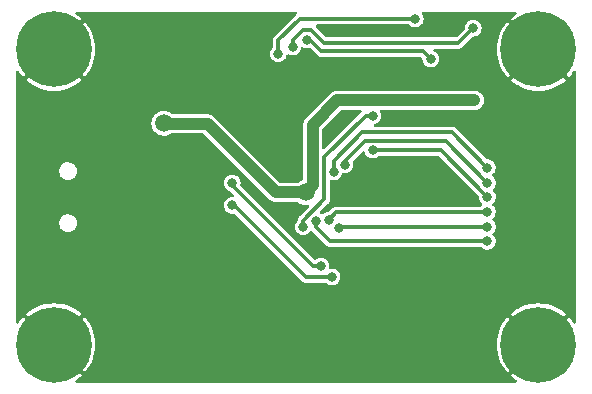
<source format=gbl>
%TF.GenerationSoftware,KiCad,Pcbnew,(6.0.1-0)*%
%TF.CreationDate,2022-04-28T20:36:40+12:00*%
%TF.ProjectId,gswitch18,67737769-7463-4683-9138-2e6b69636164,1.2*%
%TF.SameCoordinates,PX487ab00PY3072580*%
%TF.FileFunction,Copper,L2,Bot*%
%TF.FilePolarity,Positive*%
%FSLAX46Y46*%
G04 Gerber Fmt 4.6, Leading zero omitted, Abs format (unit mm)*
G04 Created by KiCad (PCBNEW (6.0.1-0)) date 2022-04-28 20:36:40*
%MOMM*%
%LPD*%
G01*
G04 APERTURE LIST*
%TA.AperFunction,ComponentPad*%
%ADD10C,0.800000*%
%TD*%
%TA.AperFunction,ComponentPad*%
%ADD11C,6.400000*%
%TD*%
%TA.AperFunction,ViaPad*%
%ADD12C,0.800000*%
%TD*%
%TA.AperFunction,ViaPad*%
%ADD13C,1.500000*%
%TD*%
%TA.AperFunction,Conductor*%
%ADD14C,1.000000*%
%TD*%
%TA.AperFunction,Conductor*%
%ADD15C,0.350000*%
%TD*%
G04 APERTURE END LIST*
D10*
%TO.P,MH1,1,G*%
%TO.N,GND*%
X3500000Y-1100000D03*
X5197056Y-5197056D03*
X1802944Y-5197056D03*
X1100000Y-3500000D03*
X5197056Y-1802944D03*
X3500000Y-5900000D03*
X1802944Y-1802944D03*
X5900000Y-3500000D03*
D11*
X3500000Y-3500000D03*
%TD*%
D10*
%TO.P,MH2,1,G*%
%TO.N,GND*%
X46197056Y-5197056D03*
X46900000Y-3500000D03*
X42802944Y-1802944D03*
X42802944Y-5197056D03*
X44500000Y-5900000D03*
D11*
X44500000Y-3500000D03*
D10*
X42100000Y-3500000D03*
X46197056Y-1802944D03*
X44500000Y-1100000D03*
%TD*%
%TO.P,MH3,1,G*%
%TO.N,GND*%
X1802944Y-30197056D03*
X5197056Y-30197056D03*
X1802944Y-26802944D03*
X1100000Y-28500000D03*
D11*
X3500000Y-28500000D03*
D10*
X3500000Y-26100000D03*
X3500000Y-30900000D03*
X5900000Y-28500000D03*
X5197056Y-26802944D03*
%TD*%
%TO.P,MH4,1*%
%TO.N,GND*%
X46197056Y-26802944D03*
X46197056Y-30197056D03*
X44500000Y-30900000D03*
X42802944Y-26802944D03*
X42802944Y-30197056D03*
D11*
X44500000Y-28500000D03*
D10*
X46900000Y-28500000D03*
X42100000Y-28500000D03*
X44500000Y-26100000D03*
%TD*%
D12*
%TO.N,+5V*%
X39100000Y-7800000D03*
D13*
X12800000Y-9750000D03*
X24800000Y-15600000D03*
D12*
%TO.N,/D+*%
X18600000Y-16700000D03*
X27050000Y-22750000D03*
%TO.N,/D-*%
X18600000Y-14800000D03*
X26100000Y-21825511D03*
%TO.N,/MISO*%
X39000000Y-1700000D03*
X23700000Y-3300000D03*
%TO.N,/MOSI*%
X35400000Y-4300000D03*
X24950000Y-2700000D03*
%TO.N,/RESET*%
X30500000Y-9100000D03*
X24600000Y-18500000D03*
%TO.N,/SCK*%
X22500000Y-3850000D03*
X34100000Y-900000D03*
%TO.N,/SW07*%
X27200000Y-13850000D03*
X40200000Y-13500000D03*
%TO.N,/SW08*%
X40200000Y-14800000D03*
X28150000Y-13250000D03*
%TO.N,/SW09*%
X30500000Y-12024500D03*
X40200000Y-16000000D03*
%TO.N,/SW10*%
X26747655Y-17952345D03*
X40200000Y-17250000D03*
%TO.N,/SW11*%
X27600000Y-18600000D03*
X40200000Y-18500000D03*
%TO.N,/SW12*%
X40200000Y-19750000D03*
X25700000Y-18000000D03*
%TO.N,GND*%
X12400000Y-30800000D03*
X900000Y-9650000D03*
X20050000Y-20750000D03*
X18600000Y-18000000D03*
X15300000Y-18825000D03*
X37650000Y-4450000D03*
X4050000Y-16000000D03*
X35600000Y-800000D03*
X39150000Y-21350000D03*
X33200000Y-9450000D03*
X29800000Y-21400000D03*
X900000Y-22650000D03*
X15300000Y-12825000D03*
X38650000Y-16200000D03*
X27500000Y-10100000D03*
X8500000Y-13350000D03*
X20600000Y-11600000D03*
X10850000Y-1150000D03*
X23900000Y-13950000D03*
X26750000Y-1900000D03*
X12400000Y-17925000D03*
X32100000Y-1900000D03*
X32750000Y-30800000D03*
X30450000Y-6400000D03*
X17300000Y-30800000D03*
X47050000Y-15950000D03*
X800000Y-16050000D03*
X40200000Y-12200000D03*
X12300000Y-8050000D03*
X23350000Y-18400000D03*
X20600000Y-7800000D03*
X9500000Y-17925000D03*
X32950000Y-16200000D03*
X17250000Y-1150000D03*
X28175688Y-15549500D03*
X12750000Y-13900000D03*
%TD*%
D14*
%TO.N,+5V*%
X22300000Y-15600000D02*
X24800000Y-15600000D01*
X12850000Y-9800000D02*
X16500000Y-9800000D01*
X27500000Y-7800000D02*
X39100000Y-7800000D01*
X16500000Y-9800000D02*
X22300000Y-15600000D01*
X25400000Y-9900000D02*
X27500000Y-7800000D01*
X25400000Y-15000000D02*
X25400000Y-9900000D01*
X12800000Y-9750000D02*
X12850000Y-9800000D01*
X24800000Y-15600000D02*
X25400000Y-15000000D01*
D15*
%TO.N,/D+*%
X24875000Y-22800000D02*
X18600000Y-16525000D01*
X27000000Y-22800000D02*
X24875000Y-22800000D01*
X27050000Y-22750000D02*
X27000000Y-22800000D01*
%TO.N,/D-*%
X25425511Y-21825511D02*
X18600000Y-15000000D01*
X26100000Y-21825511D02*
X25425511Y-21825511D01*
%TO.N,/MISO*%
X23700000Y-3300000D02*
X23700000Y-2700000D01*
X37750000Y-2950000D02*
X39000000Y-1700000D01*
X26400000Y-2950000D02*
X37750000Y-2950000D01*
X24550000Y-1850000D02*
X25300000Y-1850000D01*
X25300000Y-1850000D02*
X26400000Y-2950000D01*
X23700000Y-2700000D02*
X24550000Y-1850000D01*
%TO.N,/MOSI*%
X25100000Y-2600000D02*
X26150000Y-3650000D01*
X34750000Y-3650000D02*
X35400000Y-4300000D01*
X26150000Y-3650000D02*
X34750000Y-3650000D01*
%TO.N,/RESET*%
X26400000Y-12600000D02*
X29900000Y-9100000D01*
X24600000Y-18525489D02*
X24600000Y-17990300D01*
X24600000Y-17990300D02*
X26400000Y-16190300D01*
X26400000Y-16190300D02*
X26400000Y-12600000D01*
X29900000Y-9100000D02*
X30500000Y-9100000D01*
%TO.N,/SCK*%
X22500000Y-2736431D02*
X24336431Y-900000D01*
X24336431Y-900000D02*
X34100000Y-900000D01*
X22500000Y-3850000D02*
X22500000Y-2736431D01*
%TO.N,/SW07*%
X27200000Y-13850000D02*
X27200000Y-12900000D01*
X29600000Y-10500000D02*
X37200000Y-10500000D01*
X37200000Y-10500000D02*
X40200000Y-13500000D01*
X27200000Y-12900000D02*
X29600000Y-10500000D01*
%TO.N,/SW08*%
X29850000Y-11250000D02*
X28150000Y-12950000D01*
X28150000Y-12950000D02*
X28150000Y-13250000D01*
X40200000Y-14800000D02*
X36650000Y-11250000D01*
X36650000Y-11250000D02*
X29850000Y-11250000D01*
%TO.N,/SW09*%
X36250000Y-12050000D02*
X40200000Y-16000000D01*
X30525500Y-12050000D02*
X36250000Y-12050000D01*
X30500000Y-12024500D02*
X30525500Y-12050000D01*
%TO.N,/SW10*%
X40150000Y-17300000D02*
X27400000Y-17300000D01*
X27400000Y-17300000D02*
X26747655Y-17952345D01*
X40200000Y-17250000D02*
X40150000Y-17300000D01*
%TO.N,/SW11*%
X40200000Y-18500000D02*
X27700000Y-18500000D01*
X27700000Y-18500000D02*
X27600000Y-18600000D01*
%TO.N,/SW12*%
X26900000Y-19750000D02*
X25700000Y-18550000D01*
X40200000Y-19750000D02*
X26900000Y-19750000D01*
X25700000Y-18550000D02*
X25700000Y-18000000D01*
%TD*%
%TA.AperFunction,Conductor*%
%TO.N,GND*%
G36*
X24037428Y-319685D02*
G01*
X24083183Y-372489D01*
X24093127Y-441647D01*
X24064102Y-505203D01*
X24051334Y-517936D01*
X24044255Y-524036D01*
X24036466Y-530219D01*
X24026396Y-537576D01*
X24016297Y-547675D01*
X24009559Y-553932D01*
X23974427Y-584204D01*
X23969624Y-591615D01*
X23963815Y-598273D01*
X23963759Y-598224D01*
X23955331Y-608641D01*
X23083048Y-1480925D01*
X22211257Y-2352716D01*
X22202484Y-2359727D01*
X22202849Y-2360156D01*
X22196122Y-2365882D01*
X22188650Y-2370596D01*
X22182802Y-2377218D01*
X22155456Y-2408181D01*
X22150195Y-2413778D01*
X22139627Y-2424346D01*
X22136981Y-2427877D01*
X22133911Y-2431973D01*
X22127630Y-2439688D01*
X22098487Y-2472686D01*
X22094732Y-2480684D01*
X22091708Y-2485288D01*
X22086563Y-2493850D01*
X22083925Y-2498668D01*
X22078628Y-2505736D01*
X22075527Y-2514009D01*
X22063172Y-2546965D01*
X22059309Y-2556134D01*
X22040601Y-2595979D01*
X22039242Y-2604708D01*
X22037632Y-2609974D01*
X22035095Y-2619642D01*
X22033916Y-2625005D01*
X22030816Y-2633274D01*
X22030162Y-2642079D01*
X22030161Y-2642083D01*
X22027554Y-2677178D01*
X22026418Y-2687069D01*
X22024500Y-2699387D01*
X22024500Y-2713675D01*
X22024159Y-2722863D01*
X22020723Y-2769105D01*
X22022567Y-2777746D01*
X22023168Y-2786557D01*
X22023093Y-2786562D01*
X22024500Y-2799886D01*
X22024500Y-3278796D01*
X22004815Y-3345835D01*
X21986231Y-3367355D01*
X21986239Y-3367362D01*
X21985900Y-3367738D01*
X21982017Y-3372235D01*
X21981244Y-3372909D01*
X21981236Y-3372918D01*
X21975604Y-3377831D01*
X21971308Y-3383944D01*
X21971305Y-3383947D01*
X21929506Y-3443422D01*
X21878113Y-3516547D01*
X21816524Y-3674513D01*
X21815548Y-3681923D01*
X21815548Y-3681925D01*
X21810462Y-3720560D01*
X21794394Y-3842611D01*
X21795214Y-3850039D01*
X21795214Y-3850041D01*
X21796841Y-3864778D01*
X21812999Y-4011135D01*
X21815565Y-4018147D01*
X21815566Y-4018151D01*
X21852779Y-4119839D01*
X21871266Y-4170356D01*
X21875433Y-4176558D01*
X21875435Y-4176561D01*
X21888510Y-4196018D01*
X21965830Y-4311083D01*
X21971360Y-4316115D01*
X22085702Y-4420159D01*
X22085706Y-4420162D01*
X22091233Y-4425191D01*
X22240235Y-4506092D01*
X22335585Y-4531107D01*
X22397005Y-4547220D01*
X22397007Y-4547220D01*
X22404233Y-4549116D01*
X22487178Y-4550419D01*
X22566290Y-4551662D01*
X22566293Y-4551662D01*
X22573760Y-4551779D01*
X22696209Y-4523735D01*
X22731738Y-4515598D01*
X22731739Y-4515598D01*
X22739029Y-4513928D01*
X22815957Y-4475237D01*
X22883820Y-4441106D01*
X22883822Y-4441105D01*
X22890498Y-4437747D01*
X22896180Y-4432894D01*
X22896183Y-4432892D01*
X23013741Y-4332487D01*
X23019423Y-4327634D01*
X23118361Y-4189947D01*
X23181601Y-4032634D01*
X23185127Y-4007859D01*
X23214063Y-3944263D01*
X23272787Y-3906405D01*
X23342657Y-3906307D01*
X23367051Y-3916356D01*
X23440235Y-3956092D01*
X23531645Y-3980073D01*
X23597005Y-3997220D01*
X23597007Y-3997220D01*
X23604233Y-3999116D01*
X23687178Y-4000419D01*
X23766290Y-4001662D01*
X23766293Y-4001662D01*
X23773760Y-4001779D01*
X23899082Y-3973077D01*
X23931738Y-3965598D01*
X23931739Y-3965598D01*
X23939029Y-3963928D01*
X24014111Y-3926166D01*
X24083820Y-3891106D01*
X24083822Y-3891105D01*
X24090498Y-3887747D01*
X24096180Y-3882894D01*
X24096183Y-3882892D01*
X24213741Y-3782487D01*
X24219423Y-3777634D01*
X24318361Y-3639947D01*
X24381601Y-3482634D01*
X24393346Y-3400111D01*
X24395319Y-3386247D01*
X24424253Y-3322650D01*
X24482978Y-3284792D01*
X24552847Y-3284692D01*
X24577249Y-3294746D01*
X24690235Y-3356092D01*
X24770542Y-3377160D01*
X24847005Y-3397220D01*
X24847007Y-3397220D01*
X24854233Y-3399116D01*
X24937178Y-3400419D01*
X25016290Y-3401662D01*
X25016293Y-3401662D01*
X25023760Y-3401779D01*
X25031041Y-3400111D01*
X25031045Y-3400111D01*
X25091577Y-3386247D01*
X25124154Y-3378786D01*
X25193895Y-3383007D01*
X25239517Y-3411975D01*
X25766285Y-3938743D01*
X25773296Y-3947516D01*
X25773725Y-3947151D01*
X25779451Y-3953878D01*
X25784165Y-3961350D01*
X25805365Y-3980073D01*
X25821750Y-3994544D01*
X25827347Y-3999805D01*
X25837915Y-4010373D01*
X25841446Y-4013019D01*
X25845542Y-4016089D01*
X25853257Y-4022370D01*
X25886255Y-4051513D01*
X25894253Y-4055268D01*
X25898857Y-4058292D01*
X25907419Y-4063437D01*
X25912237Y-4066075D01*
X25919305Y-4071372D01*
X25955685Y-4085010D01*
X25960534Y-4086828D01*
X25969703Y-4090691D01*
X26009548Y-4109399D01*
X26018277Y-4110758D01*
X26023543Y-4112368D01*
X26033211Y-4114905D01*
X26038574Y-4116084D01*
X26046843Y-4119184D01*
X26055648Y-4119838D01*
X26055652Y-4119839D01*
X26090747Y-4122446D01*
X26100638Y-4123582D01*
X26103593Y-4124042D01*
X26112956Y-4125500D01*
X26127244Y-4125500D01*
X26136432Y-4125841D01*
X26182674Y-4129277D01*
X26191315Y-4127433D01*
X26200126Y-4126832D01*
X26200131Y-4126907D01*
X26213455Y-4125500D01*
X34501680Y-4125500D01*
X34568719Y-4145185D01*
X34589361Y-4161819D01*
X34660406Y-4232864D01*
X34693891Y-4294187D01*
X34695975Y-4306932D01*
X34712999Y-4461135D01*
X34715565Y-4468147D01*
X34715566Y-4468151D01*
X34745559Y-4550110D01*
X34771266Y-4620356D01*
X34775433Y-4626558D01*
X34775435Y-4626561D01*
X34788510Y-4646018D01*
X34865830Y-4761083D01*
X34871360Y-4766115D01*
X34985702Y-4870159D01*
X34985706Y-4870162D01*
X34991233Y-4875191D01*
X35140235Y-4956092D01*
X35235585Y-4981107D01*
X35297005Y-4997220D01*
X35297007Y-4997220D01*
X35304233Y-4999116D01*
X35387178Y-5000419D01*
X35466290Y-5001662D01*
X35466293Y-5001662D01*
X35473760Y-5001779D01*
X35596209Y-4973735D01*
X35631738Y-4965598D01*
X35631739Y-4965598D01*
X35639029Y-4963928D01*
X35721397Y-4922501D01*
X35783820Y-4891106D01*
X35783822Y-4891105D01*
X35790498Y-4887747D01*
X35796180Y-4882894D01*
X35796183Y-4882892D01*
X35913741Y-4782487D01*
X35919423Y-4777634D01*
X36018361Y-4639947D01*
X36081601Y-4482634D01*
X36087511Y-4441106D01*
X36104918Y-4318800D01*
X36104918Y-4318794D01*
X36105490Y-4314778D01*
X36105645Y-4300000D01*
X36091488Y-4183014D01*
X36086175Y-4139105D01*
X36086174Y-4139101D01*
X36085276Y-4131680D01*
X36057545Y-4058292D01*
X36027989Y-3980073D01*
X36027987Y-3980070D01*
X36025345Y-3973077D01*
X36014976Y-3957990D01*
X35933549Y-3839513D01*
X35933546Y-3839510D01*
X35929312Y-3833349D01*
X35866779Y-3777634D01*
X35808303Y-3725533D01*
X35808301Y-3725532D01*
X35802721Y-3720560D01*
X35686618Y-3659087D01*
X35636582Y-3610321D01*
X35620853Y-3542245D01*
X35634832Y-3503244D01*
X40995367Y-3503244D01*
X41014227Y-3863114D01*
X41014905Y-3869558D01*
X41071275Y-4225472D01*
X41072627Y-4231831D01*
X41165897Y-4579920D01*
X41167894Y-4586065D01*
X41297039Y-4922501D01*
X41299677Y-4928424D01*
X41463278Y-5249508D01*
X41466523Y-5255129D01*
X41662783Y-5557344D01*
X41666600Y-5562598D01*
X41891043Y-5839761D01*
X41902496Y-5846015D01*
X41904302Y-5845886D01*
X41910809Y-5841704D01*
X43169468Y-4583044D01*
X43202459Y-4550053D01*
X44239906Y-3512607D01*
X44247398Y-3498887D01*
X44247269Y-3497081D01*
X44243087Y-3490574D01*
X43202459Y-2449947D01*
X42919962Y-2167450D01*
X41913990Y-1161477D01*
X41900270Y-1153985D01*
X41898464Y-1154114D01*
X41893332Y-1157412D01*
X41666600Y-1437402D01*
X41662783Y-1442656D01*
X41466523Y-1744871D01*
X41463278Y-1750492D01*
X41299677Y-2071576D01*
X41297039Y-2077499D01*
X41167894Y-2413935D01*
X41165897Y-2420080D01*
X41072627Y-2768169D01*
X41071275Y-2774528D01*
X41014905Y-3130442D01*
X41014227Y-3136886D01*
X40995367Y-3496756D01*
X40995367Y-3503244D01*
X35634832Y-3503244D01*
X35644427Y-3476472D01*
X35699818Y-3433885D01*
X35744641Y-3425500D01*
X37682847Y-3425500D01*
X37694005Y-3426746D01*
X37694050Y-3426184D01*
X37702857Y-3426893D01*
X37711473Y-3428842D01*
X37720290Y-3428295D01*
X37720291Y-3428295D01*
X37761505Y-3425738D01*
X37769183Y-3425500D01*
X37784145Y-3425500D01*
X37793595Y-3424147D01*
X37803486Y-3423134D01*
X37823153Y-3421913D01*
X37847417Y-3420408D01*
X37855731Y-3417407D01*
X37861109Y-3416293D01*
X37870828Y-3413870D01*
X37876081Y-3412334D01*
X37884829Y-3411081D01*
X37924906Y-3392859D01*
X37934121Y-3389108D01*
X37967218Y-3377160D01*
X37967220Y-3377159D01*
X37975530Y-3374159D01*
X37982665Y-3368946D01*
X37987514Y-3366368D01*
X37996159Y-3361316D01*
X38000777Y-3358363D01*
X38008820Y-3354706D01*
X38042185Y-3325956D01*
X38049961Y-3319783D01*
X38060035Y-3312423D01*
X38070127Y-3302331D01*
X38076865Y-3296074D01*
X38105311Y-3271563D01*
X38112004Y-3265796D01*
X38116810Y-3258381D01*
X38122614Y-3251728D01*
X38122670Y-3251777D01*
X38131101Y-3241357D01*
X38935144Y-2437314D01*
X38996467Y-2403829D01*
X39024771Y-2401010D01*
X39066289Y-2401662D01*
X39066292Y-2401662D01*
X39073760Y-2401779D01*
X39181001Y-2377218D01*
X39231738Y-2365598D01*
X39231739Y-2365598D01*
X39239029Y-2363928D01*
X39314111Y-2326165D01*
X39383820Y-2291106D01*
X39383822Y-2291105D01*
X39390498Y-2287747D01*
X39396180Y-2282894D01*
X39396183Y-2282892D01*
X39513741Y-2182487D01*
X39519423Y-2177634D01*
X39618361Y-2039947D01*
X39681601Y-1882634D01*
X39682929Y-1873302D01*
X39704918Y-1718800D01*
X39704918Y-1718794D01*
X39705490Y-1714778D01*
X39705645Y-1700000D01*
X39702409Y-1673260D01*
X39686175Y-1539105D01*
X39686174Y-1539101D01*
X39685276Y-1531680D01*
X39651637Y-1442656D01*
X39627989Y-1380073D01*
X39627987Y-1380070D01*
X39625345Y-1373077D01*
X39585944Y-1315748D01*
X39533549Y-1239513D01*
X39533546Y-1239510D01*
X39529312Y-1233349D01*
X39402721Y-1120560D01*
X39388347Y-1112949D01*
X39327801Y-1080892D01*
X39252881Y-1041224D01*
X39088441Y-999919D01*
X39002248Y-999468D01*
X38926368Y-999070D01*
X38926367Y-999070D01*
X38918895Y-999031D01*
X38897235Y-1004231D01*
X38761295Y-1036868D01*
X38761293Y-1036869D01*
X38754032Y-1038612D01*
X38747399Y-1042035D01*
X38747395Y-1042037D01*
X38683072Y-1075237D01*
X38603369Y-1116375D01*
X38597737Y-1121288D01*
X38490174Y-1215121D01*
X38475604Y-1227831D01*
X38378113Y-1366547D01*
X38316524Y-1524513D01*
X38315548Y-1531923D01*
X38315548Y-1531925D01*
X38306687Y-1599233D01*
X38294394Y-1692611D01*
X38292269Y-1692331D01*
X38275025Y-1748886D01*
X38259091Y-1768451D01*
X37589361Y-2438181D01*
X37528038Y-2471666D01*
X37501680Y-2474500D01*
X26648320Y-2474500D01*
X26581281Y-2454815D01*
X26560639Y-2438181D01*
X25709639Y-1587181D01*
X25676154Y-1525858D01*
X25681138Y-1456166D01*
X25723010Y-1400233D01*
X25788474Y-1375816D01*
X25797320Y-1375500D01*
X33533702Y-1375500D01*
X33600741Y-1395185D01*
X33617155Y-1407785D01*
X33691233Y-1475191D01*
X33840235Y-1556092D01*
X33935585Y-1581107D01*
X33997005Y-1597220D01*
X33997007Y-1597220D01*
X34004233Y-1599116D01*
X34087178Y-1600419D01*
X34166290Y-1601662D01*
X34166293Y-1601662D01*
X34173760Y-1601779D01*
X34296209Y-1573735D01*
X34331738Y-1565598D01*
X34331739Y-1565598D01*
X34339029Y-1563928D01*
X34417397Y-1524513D01*
X34483820Y-1491106D01*
X34483822Y-1491105D01*
X34490498Y-1487747D01*
X34496180Y-1482894D01*
X34496183Y-1482892D01*
X34613741Y-1382487D01*
X34619423Y-1377634D01*
X34718361Y-1239947D01*
X34781601Y-1082634D01*
X34784453Y-1062595D01*
X34804918Y-918800D01*
X34804918Y-918794D01*
X34805490Y-914778D01*
X34805645Y-900000D01*
X34785276Y-731680D01*
X34759242Y-662783D01*
X34727989Y-580073D01*
X34727987Y-580070D01*
X34725345Y-573077D01*
X34699006Y-534753D01*
X34671158Y-494235D01*
X34649408Y-427836D01*
X34667009Y-360220D01*
X34718373Y-312853D01*
X34773349Y-300000D01*
X42582678Y-300000D01*
X42649717Y-319685D01*
X42695472Y-372489D01*
X42705416Y-441647D01*
X42676391Y-505203D01*
X42650213Y-527995D01*
X42442656Y-662783D01*
X42437402Y-666600D01*
X42160239Y-891043D01*
X42153985Y-902496D01*
X42154114Y-904302D01*
X42158296Y-910809D01*
X43130122Y-1882634D01*
X43449947Y-2202459D01*
X44500000Y-3252513D01*
X45797541Y-4550053D01*
X45830532Y-4583044D01*
X47086010Y-5838523D01*
X47099730Y-5846015D01*
X47101536Y-5845886D01*
X47106668Y-5842588D01*
X47333400Y-5562598D01*
X47337217Y-5557344D01*
X47471665Y-5350310D01*
X47524686Y-5304807D01*
X47593891Y-5295192D01*
X47657308Y-5324519D01*
X47694802Y-5383476D01*
X47699660Y-5417843D01*
X47699971Y-26582631D01*
X47680287Y-26649671D01*
X47627484Y-26695427D01*
X47558326Y-26705371D01*
X47494770Y-26676347D01*
X47471976Y-26650168D01*
X47337217Y-26442656D01*
X47333400Y-26437402D01*
X47108957Y-26160239D01*
X47097504Y-26153985D01*
X47095698Y-26154114D01*
X47089191Y-26158296D01*
X46060255Y-27187233D01*
X45797541Y-27449947D01*
X44747487Y-28500000D01*
X44500000Y-28747487D01*
X43449947Y-29797541D01*
X43321956Y-29925532D01*
X42161477Y-31086010D01*
X42153985Y-31099730D01*
X42154114Y-31101536D01*
X42157412Y-31106668D01*
X42437402Y-31333400D01*
X42442656Y-31337217D01*
X42650212Y-31472005D01*
X42695715Y-31525026D01*
X42705329Y-31594231D01*
X42676002Y-31657648D01*
X42617045Y-31695142D01*
X42582677Y-31700000D01*
X5417323Y-31700000D01*
X5350284Y-31680315D01*
X5304529Y-31627511D01*
X5294585Y-31558353D01*
X5323610Y-31494797D01*
X5349788Y-31472005D01*
X5557344Y-31337217D01*
X5562598Y-31333400D01*
X5839761Y-31108957D01*
X5846015Y-31097504D01*
X5845886Y-31095698D01*
X5841704Y-31089191D01*
X4678044Y-29925532D01*
X4550053Y-29797541D01*
X3253626Y-28501113D01*
X3752602Y-28501113D01*
X3752731Y-28502919D01*
X3756913Y-28509426D01*
X4797541Y-29550053D01*
X4830532Y-29583044D01*
X6086010Y-30838523D01*
X6099730Y-30846015D01*
X6101536Y-30845886D01*
X6106668Y-30842588D01*
X6333400Y-30562598D01*
X6337217Y-30557344D01*
X6533477Y-30255129D01*
X6536722Y-30249508D01*
X6700323Y-29928424D01*
X6702961Y-29922501D01*
X6832106Y-29586065D01*
X6834103Y-29579920D01*
X6927373Y-29231831D01*
X6928725Y-29225472D01*
X6985095Y-28869558D01*
X6985773Y-28863114D01*
X7004633Y-28503244D01*
X40995367Y-28503244D01*
X41014227Y-28863114D01*
X41014905Y-28869558D01*
X41071275Y-29225472D01*
X41072627Y-29231831D01*
X41165897Y-29579920D01*
X41167894Y-29586065D01*
X41297039Y-29922501D01*
X41299677Y-29928424D01*
X41463278Y-30249508D01*
X41466523Y-30255129D01*
X41662783Y-30557344D01*
X41666600Y-30562598D01*
X41891043Y-30839761D01*
X41902496Y-30846015D01*
X41904302Y-30845886D01*
X41910809Y-30841704D01*
X43169468Y-29583044D01*
X43202459Y-29550053D01*
X44239906Y-28512607D01*
X44247398Y-28498887D01*
X44247269Y-28497081D01*
X44243087Y-28490574D01*
X43202459Y-27449947D01*
X42939745Y-27187233D01*
X41913990Y-26161477D01*
X41900270Y-26153985D01*
X41898464Y-26154114D01*
X41893332Y-26157412D01*
X41666600Y-26437402D01*
X41662783Y-26442656D01*
X41466523Y-26744871D01*
X41463278Y-26750492D01*
X41299677Y-27071576D01*
X41297039Y-27077499D01*
X41167894Y-27413935D01*
X41165897Y-27420080D01*
X41072627Y-27768169D01*
X41071275Y-27774528D01*
X41014905Y-28130442D01*
X41014227Y-28136886D01*
X40995367Y-28496756D01*
X40995367Y-28503244D01*
X7004633Y-28503244D01*
X7004633Y-28496756D01*
X6985773Y-28136886D01*
X6985095Y-28130442D01*
X6928725Y-27774528D01*
X6927373Y-27768169D01*
X6834103Y-27420080D01*
X6832106Y-27413935D01*
X6702961Y-27077499D01*
X6700323Y-27071576D01*
X6536722Y-26750492D01*
X6533477Y-26744871D01*
X6337217Y-26442656D01*
X6333400Y-26437402D01*
X6108957Y-26160239D01*
X6097504Y-26153985D01*
X6095698Y-26154114D01*
X6089191Y-26158296D01*
X5060255Y-27187233D01*
X4797541Y-27449947D01*
X3760094Y-28487393D01*
X3752602Y-28501113D01*
X3253626Y-28501113D01*
X3252513Y-28500000D01*
X2202459Y-27449947D01*
X1939745Y-27187233D01*
X913990Y-26161477D01*
X900270Y-26153985D01*
X898464Y-26154114D01*
X893332Y-26157412D01*
X666600Y-26437402D01*
X662783Y-26442656D01*
X527995Y-26650213D01*
X474974Y-26695716D01*
X405769Y-26705331D01*
X342352Y-26676004D01*
X304858Y-26617046D01*
X300000Y-26582678D01*
X300000Y-25902496D01*
X1153985Y-25902496D01*
X1154114Y-25904302D01*
X1158296Y-25910809D01*
X2187233Y-26939745D01*
X2449947Y-27202459D01*
X3487393Y-28239906D01*
X3501113Y-28247398D01*
X3502919Y-28247269D01*
X3509426Y-28243087D01*
X4550053Y-27202459D01*
X4812767Y-26939745D01*
X5838523Y-25913990D01*
X5844799Y-25902496D01*
X42153985Y-25902496D01*
X42154114Y-25904302D01*
X42158296Y-25910809D01*
X43187233Y-26939745D01*
X43449947Y-27202459D01*
X44487393Y-28239906D01*
X44501113Y-28247398D01*
X44502919Y-28247269D01*
X44509426Y-28243087D01*
X45550053Y-27202459D01*
X45812767Y-26939745D01*
X46838523Y-25913990D01*
X46846015Y-25900270D01*
X46845886Y-25898464D01*
X46842588Y-25893332D01*
X46562598Y-25666600D01*
X46557344Y-25662783D01*
X46255129Y-25466523D01*
X46249509Y-25463278D01*
X45928424Y-25299677D01*
X45922501Y-25297039D01*
X45586065Y-25167894D01*
X45579920Y-25165897D01*
X45231831Y-25072627D01*
X45225472Y-25071275D01*
X44869558Y-25014905D01*
X44863114Y-25014227D01*
X44503244Y-24995367D01*
X44496756Y-24995367D01*
X44136886Y-25014227D01*
X44130442Y-25014905D01*
X43774528Y-25071275D01*
X43768169Y-25072627D01*
X43420080Y-25165897D01*
X43413935Y-25167894D01*
X43077499Y-25297039D01*
X43071576Y-25299677D01*
X42750492Y-25463278D01*
X42744871Y-25466523D01*
X42442656Y-25662783D01*
X42437402Y-25666600D01*
X42160239Y-25891043D01*
X42153985Y-25902496D01*
X5844799Y-25902496D01*
X5846015Y-25900270D01*
X5845886Y-25898464D01*
X5842588Y-25893332D01*
X5562598Y-25666600D01*
X5557344Y-25662783D01*
X5255129Y-25466523D01*
X5249509Y-25463278D01*
X4928424Y-25299677D01*
X4922501Y-25297039D01*
X4586065Y-25167894D01*
X4579920Y-25165897D01*
X4231831Y-25072627D01*
X4225472Y-25071275D01*
X3869558Y-25014905D01*
X3863114Y-25014227D01*
X3503244Y-24995367D01*
X3496756Y-24995367D01*
X3136886Y-25014227D01*
X3130442Y-25014905D01*
X2774528Y-25071275D01*
X2768169Y-25072627D01*
X2420080Y-25165897D01*
X2413935Y-25167894D01*
X2077499Y-25297039D01*
X2071576Y-25299677D01*
X1750492Y-25463278D01*
X1744871Y-25466523D01*
X1442656Y-25662783D01*
X1437402Y-25666600D01*
X1160239Y-25891043D01*
X1153985Y-25902496D01*
X300000Y-25902496D01*
X300000Y-18240862D01*
X3945497Y-18240862D01*
X3975134Y-18413340D01*
X4043654Y-18574373D01*
X4047921Y-18580171D01*
X4047922Y-18580173D01*
X4128426Y-18689564D01*
X4147383Y-18715324D01*
X4152874Y-18719989D01*
X4152875Y-18719990D01*
X4275261Y-18823965D01*
X4275264Y-18823967D01*
X4280755Y-18828632D01*
X4287172Y-18831909D01*
X4287174Y-18831910D01*
X4300360Y-18838643D01*
X4436616Y-18908219D01*
X4443612Y-18909931D01*
X4443615Y-18909932D01*
X4514763Y-18927341D01*
X4606606Y-18949815D01*
X4612114Y-18950157D01*
X4612116Y-18950157D01*
X4615744Y-18950382D01*
X4615748Y-18950382D01*
X4617648Y-18950500D01*
X4743822Y-18950500D01*
X4873828Y-18935343D01*
X4880595Y-18932887D01*
X4880598Y-18932886D01*
X5031557Y-18878090D01*
X5031558Y-18878089D01*
X5038331Y-18875631D01*
X5184685Y-18779677D01*
X5189637Y-18774449D01*
X5189640Y-18774447D01*
X5300087Y-18657857D01*
X5300089Y-18657855D01*
X5305040Y-18652628D01*
X5308656Y-18646403D01*
X5308658Y-18646400D01*
X5389322Y-18507525D01*
X5392939Y-18501298D01*
X5443667Y-18333807D01*
X5449879Y-18233668D01*
X5454057Y-18166332D01*
X5454057Y-18166329D01*
X5454503Y-18159138D01*
X5424866Y-17986660D01*
X5356346Y-17825627D01*
X5341532Y-17805497D01*
X5256888Y-17690479D01*
X5256886Y-17690477D01*
X5252617Y-17684676D01*
X5183025Y-17625553D01*
X5124739Y-17576035D01*
X5124736Y-17576033D01*
X5119245Y-17571368D01*
X5112828Y-17568091D01*
X5112826Y-17568090D01*
X4998198Y-17509558D01*
X4963384Y-17491781D01*
X4956388Y-17490069D01*
X4956385Y-17490068D01*
X4885237Y-17472659D01*
X4793394Y-17450185D01*
X4787886Y-17449843D01*
X4787884Y-17449843D01*
X4784256Y-17449618D01*
X4784252Y-17449618D01*
X4782352Y-17449500D01*
X4656178Y-17449500D01*
X4526172Y-17464657D01*
X4519405Y-17467113D01*
X4519402Y-17467114D01*
X4402472Y-17509558D01*
X4361669Y-17524369D01*
X4215315Y-17620323D01*
X4210363Y-17625551D01*
X4210360Y-17625553D01*
X4102742Y-17739157D01*
X4094960Y-17747372D01*
X4091344Y-17753597D01*
X4091342Y-17753600D01*
X4027309Y-17863843D01*
X4007061Y-17898702D01*
X3956333Y-18066193D01*
X3955887Y-18073385D01*
X3949676Y-18173506D01*
X3945497Y-18240862D01*
X300000Y-18240862D01*
X300000Y-16692611D01*
X17894394Y-16692611D01*
X17895214Y-16700039D01*
X17895214Y-16700041D01*
X17909024Y-16825126D01*
X17912999Y-16861135D01*
X17915565Y-16868147D01*
X17915566Y-16868151D01*
X17946956Y-16953926D01*
X17971266Y-17020356D01*
X17975433Y-17026558D01*
X17975435Y-17026561D01*
X18007772Y-17074683D01*
X18065830Y-17161083D01*
X18071360Y-17166115D01*
X18185702Y-17270159D01*
X18185706Y-17270162D01*
X18191233Y-17275191D01*
X18340235Y-17356092D01*
X18421643Y-17377449D01*
X18497005Y-17397220D01*
X18497007Y-17397220D01*
X18504233Y-17399116D01*
X18587178Y-17400419D01*
X18666290Y-17401662D01*
X18666293Y-17401662D01*
X18673760Y-17401779D01*
X18713130Y-17392762D01*
X18782870Y-17396982D01*
X18828493Y-17425951D01*
X24491285Y-23088743D01*
X24498296Y-23097516D01*
X24498725Y-23097151D01*
X24504451Y-23103878D01*
X24509165Y-23111350D01*
X24515787Y-23117198D01*
X24546750Y-23144544D01*
X24552347Y-23149805D01*
X24562915Y-23160373D01*
X24566446Y-23163019D01*
X24570542Y-23166089D01*
X24578257Y-23172370D01*
X24611255Y-23201513D01*
X24619253Y-23205268D01*
X24623857Y-23208292D01*
X24632419Y-23213437D01*
X24637237Y-23216075D01*
X24644305Y-23221372D01*
X24680685Y-23235010D01*
X24685534Y-23236828D01*
X24694703Y-23240691D01*
X24734548Y-23259399D01*
X24743277Y-23260758D01*
X24748543Y-23262368D01*
X24758211Y-23264905D01*
X24763574Y-23266084D01*
X24771843Y-23269184D01*
X24780648Y-23269838D01*
X24780652Y-23269839D01*
X24815747Y-23272446D01*
X24825638Y-23273582D01*
X24828593Y-23274042D01*
X24837956Y-23275500D01*
X24852244Y-23275500D01*
X24861432Y-23275841D01*
X24907674Y-23279277D01*
X24916315Y-23277433D01*
X24925126Y-23276832D01*
X24925131Y-23276907D01*
X24938455Y-23275500D01*
X26538652Y-23275500D01*
X26605691Y-23295185D01*
X26622098Y-23307780D01*
X26641233Y-23325191D01*
X26647802Y-23328758D01*
X26647804Y-23328759D01*
X26664358Y-23337747D01*
X26790235Y-23406092D01*
X26885585Y-23431107D01*
X26947005Y-23447220D01*
X26947007Y-23447220D01*
X26954233Y-23449116D01*
X27037178Y-23450419D01*
X27116290Y-23451662D01*
X27116293Y-23451662D01*
X27123760Y-23451779D01*
X27246209Y-23423735D01*
X27281738Y-23415598D01*
X27281739Y-23415598D01*
X27289029Y-23413928D01*
X27364111Y-23376166D01*
X27433820Y-23341106D01*
X27433822Y-23341105D01*
X27440498Y-23337747D01*
X27446180Y-23332894D01*
X27446183Y-23332892D01*
X27563741Y-23232487D01*
X27569423Y-23227634D01*
X27668361Y-23089947D01*
X27731601Y-22932634D01*
X27755490Y-22764778D01*
X27755645Y-22750000D01*
X27735276Y-22581680D01*
X27675345Y-22423077D01*
X27671108Y-22416912D01*
X27583549Y-22289513D01*
X27583546Y-22289510D01*
X27579312Y-22283349D01*
X27479687Y-22194586D01*
X27458303Y-22175533D01*
X27458301Y-22175532D01*
X27452721Y-22170560D01*
X27302881Y-22091224D01*
X27138441Y-22049919D01*
X27052248Y-22049468D01*
X26976368Y-22049070D01*
X26976367Y-22049070D01*
X26968895Y-22049031D01*
X26946370Y-22054439D01*
X26876588Y-22050949D01*
X26819770Y-22010285D01*
X26793956Y-21945359D01*
X26794659Y-21916394D01*
X26804918Y-21844311D01*
X26804918Y-21844305D01*
X26805490Y-21840289D01*
X26805645Y-21825511D01*
X26785276Y-21657191D01*
X26725345Y-21498588D01*
X26721108Y-21492423D01*
X26633549Y-21365024D01*
X26633546Y-21365021D01*
X26629312Y-21358860D01*
X26502721Y-21246071D01*
X26488347Y-21238460D01*
X26359489Y-21170234D01*
X26352881Y-21166735D01*
X26188441Y-21125430D01*
X26102248Y-21124979D01*
X26026368Y-21124581D01*
X26026367Y-21124581D01*
X26018895Y-21124542D01*
X25997235Y-21129742D01*
X25861295Y-21162379D01*
X25861293Y-21162380D01*
X25854032Y-21164123D01*
X25847399Y-21167546D01*
X25847395Y-21167548D01*
X25780465Y-21202094D01*
X25703369Y-21241886D01*
X25697737Y-21246799D01*
X25689700Y-21253810D01*
X25626241Y-21283046D01*
X25557050Y-21273332D01*
X25520506Y-21248048D01*
X19322110Y-15049652D01*
X19288625Y-14988329D01*
X19287028Y-14944499D01*
X19304918Y-14818797D01*
X19305490Y-14814778D01*
X19305645Y-14800000D01*
X19302273Y-14772138D01*
X19286175Y-14639105D01*
X19286174Y-14639101D01*
X19285276Y-14631680D01*
X19254471Y-14550157D01*
X19227989Y-14480073D01*
X19227987Y-14480070D01*
X19225345Y-14473077D01*
X19201063Y-14437747D01*
X19133549Y-14339513D01*
X19133546Y-14339510D01*
X19129312Y-14333349D01*
X19002721Y-14220560D01*
X18988347Y-14212949D01*
X18915489Y-14174373D01*
X18852881Y-14141224D01*
X18688441Y-14099919D01*
X18602248Y-14099468D01*
X18526368Y-14099070D01*
X18526367Y-14099070D01*
X18518895Y-14099031D01*
X18497235Y-14104231D01*
X18361295Y-14136868D01*
X18361293Y-14136869D01*
X18354032Y-14138612D01*
X18347399Y-14142035D01*
X18347395Y-14142037D01*
X18297588Y-14167745D01*
X18203369Y-14216375D01*
X18197737Y-14221288D01*
X18168951Y-14246400D01*
X18075604Y-14327831D01*
X17978113Y-14466547D01*
X17916524Y-14624513D01*
X17894394Y-14792611D01*
X17895214Y-14800039D01*
X17895214Y-14800041D01*
X17896841Y-14814778D01*
X17912999Y-14961135D01*
X17915565Y-14968147D01*
X17915566Y-14968151D01*
X17927786Y-15001542D01*
X17971266Y-15120356D01*
X17975433Y-15126558D01*
X17975435Y-15126561D01*
X17988510Y-15146018D01*
X18065830Y-15261083D01*
X18071360Y-15266115D01*
X18185702Y-15370159D01*
X18185706Y-15370162D01*
X18191233Y-15375191D01*
X18340235Y-15456092D01*
X18347469Y-15457990D01*
X18347472Y-15457991D01*
X18366593Y-15463007D01*
X18422809Y-15495267D01*
X18715461Y-15787919D01*
X18748946Y-15849242D01*
X18743962Y-15918934D01*
X18702090Y-15974867D01*
X18636626Y-15999284D01*
X18627133Y-15999598D01*
X18581169Y-15999357D01*
X18526368Y-15999070D01*
X18526367Y-15999070D01*
X18518895Y-15999031D01*
X18511631Y-16000775D01*
X18361295Y-16036868D01*
X18361293Y-16036869D01*
X18354032Y-16038612D01*
X18347399Y-16042035D01*
X18347395Y-16042037D01*
X18280465Y-16076583D01*
X18203369Y-16116375D01*
X18197737Y-16121288D01*
X18081659Y-16222549D01*
X18075604Y-16227831D01*
X17978113Y-16366547D01*
X17916524Y-16524513D01*
X17915548Y-16531923D01*
X17915548Y-16531925D01*
X17910645Y-16569172D01*
X17894394Y-16692611D01*
X300000Y-16692611D01*
X300000Y-13840862D01*
X3945497Y-13840862D01*
X3975134Y-14013340D01*
X3977957Y-14019973D01*
X3977957Y-14019975D01*
X3986295Y-14039570D01*
X4043654Y-14174373D01*
X4047921Y-14180171D01*
X4047922Y-14180173D01*
X4105092Y-14257857D01*
X4147383Y-14315324D01*
X4152874Y-14319989D01*
X4152875Y-14319990D01*
X4275261Y-14423965D01*
X4275264Y-14423967D01*
X4280755Y-14428632D01*
X4287172Y-14431909D01*
X4287174Y-14431910D01*
X4343039Y-14460436D01*
X4436616Y-14508219D01*
X4443612Y-14509931D01*
X4443615Y-14509932D01*
X4513769Y-14527098D01*
X4606606Y-14549815D01*
X4612114Y-14550157D01*
X4612116Y-14550157D01*
X4615744Y-14550382D01*
X4615748Y-14550382D01*
X4617648Y-14550500D01*
X4743822Y-14550500D01*
X4873828Y-14535343D01*
X4880595Y-14532887D01*
X4880598Y-14532886D01*
X5031557Y-14478090D01*
X5031558Y-14478089D01*
X5038331Y-14475631D01*
X5184685Y-14379677D01*
X5189637Y-14374449D01*
X5189640Y-14374447D01*
X5300087Y-14257857D01*
X5300089Y-14257855D01*
X5305040Y-14252628D01*
X5308656Y-14246403D01*
X5308658Y-14246400D01*
X5389322Y-14107525D01*
X5392939Y-14101298D01*
X5443667Y-13933807D01*
X5449920Y-13833014D01*
X5454057Y-13766332D01*
X5454057Y-13766329D01*
X5454503Y-13759138D01*
X5424866Y-13586660D01*
X5356346Y-13425627D01*
X5303340Y-13353600D01*
X5256888Y-13290479D01*
X5256886Y-13290477D01*
X5252617Y-13284676D01*
X5172216Y-13216370D01*
X5124739Y-13176035D01*
X5124736Y-13176033D01*
X5119245Y-13171368D01*
X5112828Y-13168091D01*
X5112826Y-13168090D01*
X5022388Y-13121910D01*
X4963384Y-13091781D01*
X4956388Y-13090069D01*
X4956385Y-13090068D01*
X4885237Y-13072659D01*
X4793394Y-13050185D01*
X4787886Y-13049843D01*
X4787884Y-13049843D01*
X4784256Y-13049618D01*
X4784252Y-13049618D01*
X4782352Y-13049500D01*
X4656178Y-13049500D01*
X4526172Y-13064657D01*
X4519405Y-13067113D01*
X4519402Y-13067114D01*
X4368443Y-13121910D01*
X4361669Y-13124369D01*
X4215315Y-13220323D01*
X4210363Y-13225551D01*
X4210360Y-13225553D01*
X4109825Y-13331680D01*
X4094960Y-13347372D01*
X4091344Y-13353597D01*
X4091342Y-13353600D01*
X4049506Y-13425627D01*
X4007061Y-13498702D01*
X3956333Y-13666193D01*
X3945497Y-13840862D01*
X300000Y-13840862D01*
X300000Y-9735262D01*
X11744520Y-9735262D01*
X11761759Y-9940553D01*
X11818544Y-10138586D01*
X11821316Y-10143981D01*
X11821317Y-10143982D01*
X11855892Y-10211257D01*
X11912712Y-10321818D01*
X12040677Y-10483270D01*
X12045296Y-10487201D01*
X12192950Y-10612865D01*
X12192955Y-10612869D01*
X12197564Y-10616791D01*
X12377398Y-10717297D01*
X12573329Y-10780959D01*
X12579347Y-10781677D01*
X12579349Y-10781677D01*
X12721410Y-10798616D01*
X12777894Y-10805351D01*
X12783938Y-10804886D01*
X12783939Y-10804886D01*
X12845266Y-10800167D01*
X12983300Y-10789546D01*
X13068596Y-10765731D01*
X13175885Y-10735776D01*
X13175889Y-10735774D01*
X13181725Y-10734145D01*
X13365610Y-10641258D01*
X13370389Y-10637524D01*
X13370394Y-10637521D01*
X13384132Y-10626787D01*
X13449079Y-10601025D01*
X13460474Y-10600500D01*
X16117060Y-10600500D01*
X16184099Y-10620185D01*
X16204741Y-10636819D01*
X21727496Y-16159574D01*
X21728410Y-16160497D01*
X21790859Y-16224268D01*
X21796684Y-16228022D01*
X21796689Y-16228026D01*
X21826971Y-16247541D01*
X21837160Y-16254862D01*
X21870734Y-16281664D01*
X21900676Y-16296139D01*
X21913863Y-16303539D01*
X21941817Y-16321554D01*
X21967088Y-16330752D01*
X21982191Y-16336249D01*
X21993745Y-16341130D01*
X22032423Y-16359827D01*
X22039178Y-16361387D01*
X22039185Y-16361389D01*
X22064818Y-16367307D01*
X22079332Y-16371606D01*
X22104059Y-16380606D01*
X22104065Y-16380607D01*
X22110578Y-16382978D01*
X22150702Y-16388047D01*
X22153190Y-16388361D01*
X22165544Y-16390561D01*
X22200653Y-16398667D01*
X22200655Y-16398667D01*
X22207411Y-16400227D01*
X22223975Y-16400285D01*
X22247586Y-16400367D01*
X22248463Y-16400396D01*
X22249283Y-16400500D01*
X22285586Y-16400500D01*
X22286018Y-16400501D01*
X22383513Y-16400841D01*
X22383516Y-16400841D01*
X22387001Y-16400853D01*
X22388187Y-16400588D01*
X22389809Y-16400500D01*
X24074049Y-16400500D01*
X24141088Y-16420185D01*
X24154413Y-16430067D01*
X24197564Y-16466791D01*
X24377398Y-16567297D01*
X24522785Y-16614536D01*
X24555448Y-16625149D01*
X24573329Y-16630959D01*
X24579347Y-16631677D01*
X24579349Y-16631677D01*
X24721410Y-16648616D01*
X24777894Y-16655351D01*
X24783938Y-16654886D01*
X24783939Y-16654886D01*
X24968659Y-16640673D01*
X25037011Y-16655157D01*
X25086682Y-16704295D01*
X25101902Y-16772487D01*
X25077838Y-16838082D01*
X25065853Y-16851989D01*
X24311257Y-17606585D01*
X24302484Y-17613596D01*
X24302849Y-17614025D01*
X24296122Y-17619751D01*
X24288650Y-17624465D01*
X24282802Y-17631087D01*
X24255456Y-17662050D01*
X24250195Y-17667647D01*
X24239627Y-17678215D01*
X24236981Y-17681746D01*
X24233911Y-17685842D01*
X24227630Y-17693557D01*
X24198487Y-17726555D01*
X24194732Y-17734553D01*
X24191708Y-17739157D01*
X24186563Y-17747719D01*
X24183925Y-17752537D01*
X24178628Y-17759605D01*
X24170745Y-17780633D01*
X24163172Y-17800834D01*
X24159309Y-17810003D01*
X24140601Y-17849848D01*
X24139242Y-17858577D01*
X24137632Y-17863843D01*
X24135095Y-17873511D01*
X24133916Y-17878874D01*
X24130816Y-17887143D01*
X24130162Y-17895948D01*
X24130161Y-17895952D01*
X24127554Y-17931047D01*
X24126420Y-17940926D01*
X24125704Y-17945527D01*
X24095945Y-18008742D01*
X24084689Y-18019905D01*
X24081242Y-18022912D01*
X24081239Y-18022915D01*
X24075604Y-18027831D01*
X24071308Y-18033944D01*
X24071305Y-18033947D01*
X24043588Y-18073385D01*
X23978113Y-18166547D01*
X23916524Y-18324513D01*
X23894394Y-18492611D01*
X23895214Y-18500039D01*
X23895214Y-18500041D01*
X23904061Y-18580173D01*
X23912999Y-18661135D01*
X23915565Y-18668147D01*
X23915566Y-18668151D01*
X23957826Y-18783630D01*
X23971266Y-18820356D01*
X23975433Y-18826558D01*
X23975435Y-18826561D01*
X24028106Y-18904943D01*
X24065830Y-18961083D01*
X24071360Y-18966115D01*
X24185702Y-19070159D01*
X24185706Y-19070162D01*
X24191233Y-19075191D01*
X24340235Y-19156092D01*
X24379432Y-19166375D01*
X24497005Y-19197220D01*
X24497007Y-19197220D01*
X24504233Y-19199116D01*
X24587178Y-19200419D01*
X24666290Y-19201662D01*
X24666293Y-19201662D01*
X24673760Y-19201779D01*
X24828345Y-19166375D01*
X24831738Y-19165598D01*
X24831739Y-19165598D01*
X24839029Y-19163928D01*
X24916554Y-19124937D01*
X24983820Y-19091106D01*
X24983822Y-19091105D01*
X24990498Y-19087747D01*
X24996180Y-19082894D01*
X24996183Y-19082892D01*
X25113741Y-18982487D01*
X25119423Y-18977634D01*
X25173674Y-18902136D01*
X25228776Y-18859184D01*
X25298357Y-18852840D01*
X25360322Y-18885122D01*
X25368306Y-18893555D01*
X25378433Y-18905308D01*
X25378438Y-18905313D01*
X25384204Y-18912004D01*
X25391618Y-18916810D01*
X25398272Y-18922614D01*
X25398223Y-18922670D01*
X25408643Y-18931101D01*
X26516285Y-20038743D01*
X26523296Y-20047516D01*
X26523725Y-20047151D01*
X26529451Y-20053878D01*
X26534165Y-20061350D01*
X26540787Y-20067198D01*
X26571750Y-20094544D01*
X26577347Y-20099805D01*
X26587915Y-20110373D01*
X26591446Y-20113019D01*
X26595542Y-20116089D01*
X26603257Y-20122370D01*
X26636255Y-20151513D01*
X26644253Y-20155268D01*
X26648857Y-20158292D01*
X26657419Y-20163437D01*
X26662237Y-20166075D01*
X26669305Y-20171372D01*
X26705685Y-20185010D01*
X26710534Y-20186828D01*
X26719703Y-20190691D01*
X26759548Y-20209399D01*
X26768277Y-20210758D01*
X26773543Y-20212368D01*
X26783211Y-20214905D01*
X26788574Y-20216084D01*
X26796843Y-20219184D01*
X26805648Y-20219838D01*
X26805652Y-20219839D01*
X26840747Y-20222446D01*
X26850638Y-20223582D01*
X26853593Y-20224042D01*
X26862956Y-20225500D01*
X26877244Y-20225500D01*
X26886432Y-20225841D01*
X26932674Y-20229277D01*
X26941315Y-20227433D01*
X26950126Y-20226832D01*
X26950131Y-20226907D01*
X26963455Y-20225500D01*
X39633702Y-20225500D01*
X39700741Y-20245185D01*
X39717155Y-20257785D01*
X39791233Y-20325191D01*
X39940235Y-20406092D01*
X40035585Y-20431107D01*
X40097005Y-20447220D01*
X40097007Y-20447220D01*
X40104233Y-20449116D01*
X40187178Y-20450419D01*
X40266290Y-20451662D01*
X40266293Y-20451662D01*
X40273760Y-20451779D01*
X40396209Y-20423735D01*
X40431738Y-20415598D01*
X40431739Y-20415598D01*
X40439029Y-20413928D01*
X40514111Y-20376166D01*
X40583820Y-20341106D01*
X40583822Y-20341105D01*
X40590498Y-20337747D01*
X40596180Y-20332894D01*
X40596183Y-20332892D01*
X40713741Y-20232487D01*
X40719423Y-20227634D01*
X40818361Y-20089947D01*
X40881601Y-19932634D01*
X40905490Y-19764778D01*
X40905645Y-19750000D01*
X40885276Y-19581680D01*
X40825345Y-19423077D01*
X40821108Y-19416912D01*
X40733549Y-19289513D01*
X40733546Y-19289510D01*
X40729312Y-19283349D01*
X40685082Y-19243941D01*
X40655412Y-19217506D01*
X40618453Y-19158212D01*
X40619418Y-19088349D01*
X40657370Y-19030633D01*
X40713737Y-18982491D01*
X40713741Y-18982487D01*
X40719423Y-18977634D01*
X40818361Y-18839947D01*
X40881601Y-18682634D01*
X40884661Y-18661135D01*
X40904918Y-18518800D01*
X40904918Y-18518794D01*
X40905490Y-18514778D01*
X40905645Y-18500000D01*
X40885276Y-18331680D01*
X40850959Y-18240862D01*
X40827989Y-18180073D01*
X40827987Y-18180070D01*
X40825345Y-18173077D01*
X40815765Y-18159138D01*
X40733549Y-18039513D01*
X40733546Y-18039510D01*
X40729312Y-18033349D01*
X40655412Y-17967506D01*
X40618453Y-17908212D01*
X40619418Y-17838349D01*
X40657370Y-17780633D01*
X40713737Y-17732491D01*
X40713740Y-17732488D01*
X40719423Y-17727634D01*
X40818361Y-17589947D01*
X40881601Y-17432634D01*
X40882654Y-17425237D01*
X40904918Y-17268800D01*
X40904918Y-17268794D01*
X40905490Y-17264778D01*
X40905645Y-17250000D01*
X40901453Y-17215359D01*
X40886175Y-17089105D01*
X40886174Y-17089101D01*
X40885276Y-17081680D01*
X40857678Y-17008643D01*
X40827989Y-16930073D01*
X40827987Y-16930070D01*
X40825345Y-16923077D01*
X40821108Y-16916912D01*
X40733549Y-16789513D01*
X40733546Y-16789510D01*
X40729312Y-16783349D01*
X40689973Y-16748299D01*
X40655412Y-16717506D01*
X40618453Y-16658212D01*
X40619418Y-16588349D01*
X40657370Y-16530633D01*
X40713737Y-16482491D01*
X40713740Y-16482488D01*
X40719423Y-16477634D01*
X40818361Y-16339947D01*
X40881601Y-16182634D01*
X40883662Y-16168151D01*
X40904918Y-16018800D01*
X40904918Y-16018794D01*
X40905490Y-16014778D01*
X40905645Y-16000000D01*
X40895835Y-15918934D01*
X40886175Y-15839105D01*
X40886174Y-15839101D01*
X40885276Y-15831680D01*
X40825345Y-15673077D01*
X40780329Y-15607578D01*
X40733549Y-15539513D01*
X40733546Y-15539510D01*
X40729312Y-15533349D01*
X40684064Y-15493034D01*
X40647105Y-15433742D01*
X40648069Y-15363879D01*
X40686021Y-15306162D01*
X40713741Y-15282487D01*
X40719423Y-15277634D01*
X40818361Y-15139947D01*
X40881601Y-14982634D01*
X40885718Y-14953707D01*
X40904918Y-14818800D01*
X40904918Y-14818794D01*
X40905490Y-14814778D01*
X40905645Y-14800000D01*
X40902273Y-14772138D01*
X40886175Y-14639105D01*
X40886174Y-14639101D01*
X40885276Y-14631680D01*
X40854471Y-14550157D01*
X40827989Y-14480073D01*
X40827987Y-14480070D01*
X40825345Y-14473077D01*
X40801063Y-14437747D01*
X40733549Y-14339513D01*
X40733546Y-14339510D01*
X40729312Y-14333349D01*
X40626760Y-14241978D01*
X40589801Y-14182684D01*
X40590766Y-14112821D01*
X40628717Y-14055105D01*
X40713741Y-13982487D01*
X40719423Y-13977634D01*
X40818361Y-13839947D01*
X40881601Y-13682634D01*
X40882654Y-13675237D01*
X40904918Y-13518800D01*
X40904918Y-13518794D01*
X40905490Y-13514778D01*
X40905645Y-13500000D01*
X40904734Y-13492475D01*
X40886175Y-13339105D01*
X40886174Y-13339101D01*
X40885276Y-13331680D01*
X40876254Y-13307805D01*
X40827989Y-13180073D01*
X40827987Y-13180070D01*
X40825345Y-13173077D01*
X40771723Y-13095057D01*
X40733549Y-13039513D01*
X40733546Y-13039510D01*
X40729312Y-13033349D01*
X40602721Y-12920560D01*
X40452881Y-12841224D01*
X40288441Y-12799919D01*
X40222749Y-12799575D01*
X40155813Y-12779540D01*
X40135717Y-12763258D01*
X37583715Y-10211257D01*
X37576704Y-10202484D01*
X37576275Y-10202849D01*
X37570549Y-10196122D01*
X37565835Y-10188650D01*
X37528250Y-10155456D01*
X37522653Y-10150195D01*
X37512085Y-10139627D01*
X37504456Y-10133909D01*
X37496737Y-10127625D01*
X37470368Y-10104336D01*
X37470367Y-10104335D01*
X37463745Y-10098487D01*
X37455747Y-10094732D01*
X37451143Y-10091708D01*
X37442581Y-10086563D01*
X37437763Y-10083925D01*
X37430695Y-10078628D01*
X37389466Y-10063172D01*
X37380296Y-10059308D01*
X37348448Y-10044355D01*
X37348447Y-10044355D01*
X37340452Y-10040601D01*
X37331723Y-10039242D01*
X37326457Y-10037632D01*
X37316789Y-10035095D01*
X37311426Y-10033916D01*
X37303157Y-10030816D01*
X37294352Y-10030162D01*
X37294348Y-10030161D01*
X37259253Y-10027554D01*
X37249362Y-10026418D01*
X37246407Y-10025958D01*
X37237044Y-10024500D01*
X37222756Y-10024500D01*
X37213568Y-10024159D01*
X37211875Y-10024033D01*
X37167326Y-10020723D01*
X37158685Y-10022567D01*
X37149874Y-10023168D01*
X37149869Y-10023093D01*
X37136545Y-10024500D01*
X30698152Y-10024500D01*
X30631113Y-10004815D01*
X30585358Y-9952011D01*
X30575414Y-9882853D01*
X30604439Y-9819297D01*
X30663217Y-9781523D01*
X30670444Y-9779636D01*
X30739029Y-9763928D01*
X30851027Y-9707599D01*
X30883820Y-9691106D01*
X30883822Y-9691105D01*
X30890498Y-9687747D01*
X30896180Y-9682894D01*
X30896183Y-9682892D01*
X31013741Y-9582487D01*
X31019423Y-9577634D01*
X31118361Y-9439947D01*
X31181601Y-9282634D01*
X31187678Y-9239937D01*
X31204918Y-9118800D01*
X31204918Y-9118794D01*
X31205490Y-9114778D01*
X31205645Y-9100000D01*
X31200668Y-9058870D01*
X31186175Y-8939105D01*
X31186174Y-8939101D01*
X31185276Y-8931680D01*
X31125345Y-8773077D01*
X31127076Y-8772423D01*
X31115355Y-8713415D01*
X31140954Y-8648404D01*
X31197637Y-8607552D01*
X31238859Y-8600500D01*
X39145155Y-8600500D01*
X39148602Y-8600113D01*
X39148608Y-8600113D01*
X39271581Y-8586319D01*
X39278472Y-8585546D01*
X39448073Y-8526485D01*
X39600375Y-8431316D01*
X39727807Y-8304770D01*
X39824037Y-8153136D01*
X39827025Y-8144746D01*
X39881957Y-7990479D01*
X39881958Y-7990475D01*
X39884281Y-7983951D01*
X39905545Y-7805624D01*
X39886773Y-7627017D01*
X39828897Y-7457007D01*
X39734794Y-7304045D01*
X39609141Y-7175732D01*
X39458183Y-7078446D01*
X39323664Y-7029485D01*
X39295937Y-7019393D01*
X39295935Y-7019392D01*
X39289422Y-7017022D01*
X39231192Y-7009666D01*
X39154583Y-6999988D01*
X39154577Y-6999988D01*
X39150717Y-6999500D01*
X27509062Y-6999500D01*
X27507763Y-6999493D01*
X27507019Y-6999485D01*
X27418593Y-6998559D01*
X27411816Y-7000024D01*
X27411808Y-7000025D01*
X27376598Y-7007638D01*
X27364218Y-7009665D01*
X27345612Y-7011752D01*
X27328418Y-7013681D01*
X27328417Y-7013681D01*
X27321528Y-7014454D01*
X27290127Y-7025389D01*
X27275556Y-7029485D01*
X27249833Y-7035046D01*
X27249831Y-7035047D01*
X27243058Y-7036511D01*
X27204127Y-7054665D01*
X27192503Y-7059384D01*
X27158479Y-7071233D01*
X27158476Y-7071234D01*
X27151927Y-7073515D01*
X27132070Y-7085923D01*
X27123730Y-7091134D01*
X27110429Y-7098356D01*
X27095530Y-7105304D01*
X27080292Y-7112410D01*
X27074816Y-7116657D01*
X27074817Y-7116657D01*
X27046349Y-7138739D01*
X27036058Y-7145918D01*
X26999625Y-7168684D01*
X26971107Y-7197003D01*
X26970486Y-7197584D01*
X26969823Y-7198099D01*
X26943963Y-7223959D01*
X26872193Y-7295230D01*
X26871543Y-7296254D01*
X26870451Y-7297471D01*
X24840426Y-9327496D01*
X24839503Y-9328410D01*
X24775732Y-9390859D01*
X24771978Y-9396684D01*
X24771974Y-9396689D01*
X24752459Y-9426971D01*
X24745138Y-9437160D01*
X24718336Y-9470734D01*
X24703866Y-9500667D01*
X24696459Y-9513867D01*
X24678446Y-9541817D01*
X24663752Y-9582188D01*
X24658871Y-9593742D01*
X24640173Y-9632422D01*
X24638614Y-9639174D01*
X24638612Y-9639180D01*
X24632694Y-9664817D01*
X24628397Y-9679325D01*
X24617022Y-9710578D01*
X24613904Y-9735262D01*
X24611637Y-9753202D01*
X24609437Y-9765550D01*
X24601689Y-9799116D01*
X24599774Y-9807411D01*
X24599697Y-9829290D01*
X24599633Y-9847574D01*
X24599604Y-9848457D01*
X24599500Y-9849283D01*
X24599500Y-9885892D01*
X24599147Y-9987000D01*
X24599412Y-9988186D01*
X24599500Y-9989807D01*
X24599500Y-14471146D01*
X24579815Y-14538185D01*
X24527011Y-14583940D01*
X24510510Y-14590101D01*
X24417246Y-14617550D01*
X24404572Y-14621280D01*
X24222002Y-14716726D01*
X24153081Y-14772139D01*
X24088503Y-14798804D01*
X24075385Y-14799500D01*
X22682940Y-14799500D01*
X22615901Y-14779815D01*
X22595259Y-14763181D01*
X17072504Y-9240426D01*
X17071590Y-9239503D01*
X17013992Y-9180686D01*
X17009141Y-9175732D01*
X17003316Y-9171978D01*
X17003311Y-9171974D01*
X16973029Y-9152459D01*
X16962840Y-9145138D01*
X16955610Y-9139367D01*
X16929266Y-9118336D01*
X16899330Y-9103864D01*
X16886132Y-9096458D01*
X16864008Y-9082200D01*
X16858183Y-9078446D01*
X16817809Y-9063751D01*
X16806255Y-9058870D01*
X16773821Y-9043191D01*
X16773822Y-9043191D01*
X16767578Y-9040173D01*
X16760826Y-9038614D01*
X16760820Y-9038612D01*
X16735183Y-9032694D01*
X16720675Y-9028397D01*
X16689422Y-9017022D01*
X16661962Y-9013553D01*
X16646798Y-9011637D01*
X16634450Y-9009437D01*
X16599347Y-9001334D01*
X16599346Y-9001334D01*
X16592589Y-8999774D01*
X16570710Y-8999697D01*
X16552426Y-8999633D01*
X16551543Y-8999604D01*
X16550717Y-8999500D01*
X16514255Y-8999500D01*
X16513822Y-8999499D01*
X16416489Y-8999159D01*
X16416486Y-8999159D01*
X16413000Y-8999147D01*
X16411814Y-8999412D01*
X16410193Y-8999500D01*
X13585556Y-8999500D01*
X13518517Y-8979815D01*
X13506515Y-8971044D01*
X13394946Y-8878746D01*
X13394945Y-8878745D01*
X13390275Y-8874882D01*
X13209055Y-8776897D01*
X13199991Y-8774091D01*
X13018046Y-8717770D01*
X13018047Y-8717770D01*
X13012254Y-8715977D01*
X12807369Y-8694443D01*
X12801336Y-8694992D01*
X12801332Y-8694992D01*
X12675721Y-8706424D01*
X12602203Y-8713114D01*
X12596390Y-8714825D01*
X12596389Y-8714825D01*
X12503557Y-8742147D01*
X12404572Y-8771280D01*
X12326336Y-8812181D01*
X12227374Y-8863917D01*
X12227370Y-8863920D01*
X12222002Y-8866726D01*
X12217279Y-8870523D01*
X12217278Y-8870524D01*
X12149918Y-8924683D01*
X12061447Y-8995815D01*
X11929024Y-9153630D01*
X11829776Y-9334162D01*
X11827942Y-9339944D01*
X11827941Y-9339946D01*
X11774792Y-9507495D01*
X11767484Y-9530532D01*
X11766808Y-9536560D01*
X11746518Y-9717452D01*
X11744520Y-9735262D01*
X300000Y-9735262D01*
X300000Y-6099730D01*
X1153985Y-6099730D01*
X1154114Y-6101536D01*
X1157412Y-6106668D01*
X1437402Y-6333400D01*
X1442656Y-6337217D01*
X1744871Y-6533477D01*
X1750491Y-6536722D01*
X2071576Y-6700323D01*
X2077499Y-6702961D01*
X2413935Y-6832106D01*
X2420080Y-6834103D01*
X2768169Y-6927373D01*
X2774528Y-6928725D01*
X3130442Y-6985095D01*
X3136886Y-6985773D01*
X3496756Y-7004633D01*
X3503244Y-7004633D01*
X3863114Y-6985773D01*
X3869558Y-6985095D01*
X4225472Y-6928725D01*
X4231831Y-6927373D01*
X4579920Y-6834103D01*
X4586065Y-6832106D01*
X4922501Y-6702961D01*
X4928424Y-6700323D01*
X5249509Y-6536722D01*
X5255129Y-6533477D01*
X5557344Y-6337217D01*
X5562598Y-6333400D01*
X5839761Y-6108957D01*
X5844799Y-6099730D01*
X42153985Y-6099730D01*
X42154114Y-6101536D01*
X42157412Y-6106668D01*
X42437402Y-6333400D01*
X42442656Y-6337217D01*
X42744871Y-6533477D01*
X42750491Y-6536722D01*
X43071576Y-6700323D01*
X43077499Y-6702961D01*
X43413935Y-6832106D01*
X43420080Y-6834103D01*
X43768169Y-6927373D01*
X43774528Y-6928725D01*
X44130442Y-6985095D01*
X44136886Y-6985773D01*
X44496756Y-7004633D01*
X44503244Y-7004633D01*
X44863114Y-6985773D01*
X44869558Y-6985095D01*
X45225472Y-6928725D01*
X45231831Y-6927373D01*
X45579920Y-6834103D01*
X45586065Y-6832106D01*
X45922501Y-6702961D01*
X45928424Y-6700323D01*
X46249509Y-6536722D01*
X46255129Y-6533477D01*
X46557344Y-6337217D01*
X46562598Y-6333400D01*
X46839761Y-6108957D01*
X46846015Y-6097504D01*
X46845886Y-6095698D01*
X46841704Y-6089191D01*
X45627703Y-4875191D01*
X45550053Y-4797541D01*
X44512607Y-3760094D01*
X44498887Y-3752602D01*
X44497081Y-3752731D01*
X44490574Y-3756913D01*
X43449947Y-4797541D01*
X43372297Y-4875191D01*
X42161477Y-6086010D01*
X42153985Y-6099730D01*
X5844799Y-6099730D01*
X5846015Y-6097504D01*
X5845886Y-6095698D01*
X5841704Y-6089191D01*
X4627703Y-4875191D01*
X4550053Y-4797541D01*
X3512607Y-3760094D01*
X3498887Y-3752602D01*
X3497081Y-3752731D01*
X3490574Y-3756913D01*
X2449947Y-4797541D01*
X2372297Y-4875191D01*
X1161477Y-6086010D01*
X1153985Y-6099730D01*
X300000Y-6099730D01*
X300000Y-5417322D01*
X319685Y-5350283D01*
X372489Y-5304528D01*
X441647Y-5294584D01*
X505203Y-5323609D01*
X527995Y-5349787D01*
X662783Y-5557344D01*
X666600Y-5562598D01*
X891043Y-5839761D01*
X902496Y-5846015D01*
X904302Y-5845886D01*
X910809Y-5841704D01*
X2169468Y-4583044D01*
X2202459Y-4550053D01*
X3251400Y-3501113D01*
X3752602Y-3501113D01*
X3752731Y-3502919D01*
X3756913Y-3509426D01*
X4797541Y-4550053D01*
X4830532Y-4583044D01*
X6086010Y-5838523D01*
X6099730Y-5846015D01*
X6101536Y-5845886D01*
X6106668Y-5842588D01*
X6333400Y-5562598D01*
X6337217Y-5557344D01*
X6533477Y-5255129D01*
X6536722Y-5249508D01*
X6700323Y-4928424D01*
X6702961Y-4922501D01*
X6832106Y-4586065D01*
X6834103Y-4579920D01*
X6927373Y-4231831D01*
X6928725Y-4225472D01*
X6985095Y-3869558D01*
X6985773Y-3863114D01*
X7004633Y-3503244D01*
X7004633Y-3496756D01*
X6985773Y-3136886D01*
X6985095Y-3130442D01*
X6928725Y-2774528D01*
X6927373Y-2768169D01*
X6834103Y-2420080D01*
X6832106Y-2413935D01*
X6702961Y-2077499D01*
X6700323Y-2071576D01*
X6536722Y-1750492D01*
X6533477Y-1744871D01*
X6337217Y-1442656D01*
X6333400Y-1437402D01*
X6108957Y-1160239D01*
X6097504Y-1153985D01*
X6095698Y-1154114D01*
X6089191Y-1158296D01*
X5080038Y-2167450D01*
X4797541Y-2449947D01*
X3760094Y-3487393D01*
X3752602Y-3501113D01*
X3251400Y-3501113D01*
X3500000Y-3252513D01*
X4550053Y-2202459D01*
X4869878Y-1882634D01*
X5838523Y-913990D01*
X5846015Y-900270D01*
X5845886Y-898464D01*
X5842588Y-893332D01*
X5562598Y-666600D01*
X5557344Y-662783D01*
X5349788Y-527995D01*
X5304285Y-474974D01*
X5294671Y-405769D01*
X5323998Y-342352D01*
X5382955Y-304858D01*
X5417323Y-300000D01*
X23970389Y-300000D01*
X24037428Y-319685D01*
G37*
%TD.AperFunction*%
%TA.AperFunction,Conductor*%
G36*
X29746052Y-12128920D02*
G01*
X29801985Y-12170792D01*
X29819165Y-12202488D01*
X29868694Y-12337829D01*
X29871266Y-12344856D01*
X29875433Y-12351058D01*
X29875435Y-12351061D01*
X29936421Y-12441817D01*
X29965830Y-12485583D01*
X29971360Y-12490615D01*
X30085702Y-12594659D01*
X30085706Y-12594662D01*
X30091233Y-12599691D01*
X30240235Y-12680592D01*
X30335585Y-12705607D01*
X30397005Y-12721720D01*
X30397007Y-12721720D01*
X30404233Y-12723616D01*
X30487178Y-12724919D01*
X30566290Y-12726162D01*
X30566293Y-12726162D01*
X30573760Y-12726279D01*
X30696209Y-12698235D01*
X30731738Y-12690098D01*
X30731739Y-12690098D01*
X30739029Y-12688428D01*
X30814111Y-12650666D01*
X30883820Y-12615606D01*
X30883822Y-12615605D01*
X30890498Y-12612247D01*
X30957280Y-12555210D01*
X31021040Y-12526639D01*
X31037811Y-12525500D01*
X36001680Y-12525500D01*
X36068719Y-12545185D01*
X36089361Y-12561819D01*
X39460406Y-15932864D01*
X39493891Y-15994187D01*
X39495975Y-16006932D01*
X39512999Y-16161135D01*
X39515565Y-16168147D01*
X39515566Y-16168151D01*
X39557107Y-16281664D01*
X39571266Y-16320356D01*
X39575433Y-16326558D01*
X39575435Y-16326561D01*
X39603961Y-16369012D01*
X39665830Y-16461083D01*
X39671362Y-16466117D01*
X39671364Y-16466119D01*
X39745396Y-16533483D01*
X39781733Y-16593160D01*
X39780037Y-16663009D01*
X39743459Y-16718638D01*
X39675604Y-16777831D01*
X39671567Y-16783575D01*
X39612244Y-16820121D01*
X39579583Y-16824500D01*
X27467153Y-16824500D01*
X27455995Y-16823254D01*
X27455950Y-16823816D01*
X27447143Y-16823107D01*
X27438527Y-16821158D01*
X27429710Y-16821705D01*
X27429709Y-16821705D01*
X27388495Y-16824262D01*
X27380817Y-16824500D01*
X27365855Y-16824500D01*
X27356405Y-16825853D01*
X27346514Y-16826866D01*
X27326847Y-16828087D01*
X27302583Y-16829592D01*
X27294269Y-16832593D01*
X27288891Y-16833707D01*
X27279172Y-16836130D01*
X27273919Y-16837666D01*
X27265171Y-16838919D01*
X27257127Y-16842576D01*
X27257128Y-16842576D01*
X27225098Y-16857139D01*
X27215879Y-16860892D01*
X27182782Y-16872840D01*
X27182780Y-16872841D01*
X27174470Y-16875841D01*
X27167335Y-16881054D01*
X27162486Y-16883632D01*
X27153841Y-16888684D01*
X27149223Y-16891637D01*
X27141180Y-16895294D01*
X27107815Y-16924044D01*
X27100039Y-16930217D01*
X27089965Y-16937577D01*
X27079873Y-16947669D01*
X27073135Y-16953926D01*
X27037996Y-16984204D01*
X27033190Y-16991619D01*
X27027386Y-16998272D01*
X27027330Y-16998223D01*
X27018899Y-17008643D01*
X26812183Y-17215359D01*
X26750860Y-17248844D01*
X26723853Y-17251676D01*
X26674023Y-17251415D01*
X26674022Y-17251415D01*
X26666550Y-17251376D01*
X26659286Y-17253120D01*
X26508950Y-17289213D01*
X26508948Y-17289214D01*
X26501687Y-17290957D01*
X26495054Y-17294380D01*
X26495050Y-17294382D01*
X26428120Y-17328928D01*
X26351024Y-17368720D01*
X26345392Y-17373633D01*
X26318354Y-17397220D01*
X26279527Y-17431091D01*
X26278543Y-17431949D01*
X26215085Y-17461185D01*
X26145893Y-17451472D01*
X26114542Y-17431091D01*
X26108308Y-17425537D01*
X26108303Y-17425534D01*
X26102721Y-17420560D01*
X26080752Y-17408928D01*
X26030717Y-17360160D01*
X26014991Y-17292084D01*
X26038566Y-17226311D01*
X26051097Y-17211661D01*
X26688743Y-16574015D01*
X26697516Y-16567004D01*
X26697151Y-16566575D01*
X26703878Y-16560849D01*
X26711350Y-16556135D01*
X26744544Y-16518550D01*
X26749805Y-16512953D01*
X26760373Y-16502385D01*
X26766091Y-16494756D01*
X26772375Y-16487037D01*
X26795664Y-16460668D01*
X26795665Y-16460667D01*
X26801513Y-16454045D01*
X26805268Y-16446047D01*
X26808292Y-16441443D01*
X26813442Y-16432871D01*
X26816074Y-16428064D01*
X26821372Y-16420995D01*
X26833310Y-16389149D01*
X26836828Y-16379765D01*
X26840694Y-16370592D01*
X26847165Y-16356809D01*
X26859399Y-16330752D01*
X26860758Y-16322023D01*
X26862360Y-16316785D01*
X26864910Y-16307064D01*
X26866084Y-16301725D01*
X26869183Y-16293457D01*
X26870060Y-16281664D01*
X26872444Y-16249568D01*
X26873580Y-16239673D01*
X26874763Y-16232080D01*
X26874763Y-16232074D01*
X26875500Y-16227344D01*
X26875500Y-16213052D01*
X26875841Y-16203863D01*
X26879277Y-16157626D01*
X26877433Y-16148986D01*
X26876832Y-16140173D01*
X26876906Y-16140168D01*
X26875500Y-16126845D01*
X26875500Y-14649836D01*
X26895185Y-14582797D01*
X26947989Y-14537042D01*
X27017147Y-14527098D01*
X27030966Y-14529895D01*
X27097005Y-14547220D01*
X27097007Y-14547220D01*
X27104233Y-14549116D01*
X27184827Y-14550382D01*
X27266290Y-14551662D01*
X27266293Y-14551662D01*
X27273760Y-14551779D01*
X27396209Y-14523735D01*
X27431738Y-14515598D01*
X27431739Y-14515598D01*
X27439029Y-14513928D01*
X27545386Y-14460436D01*
X27583820Y-14441106D01*
X27583822Y-14441105D01*
X27590498Y-14437747D01*
X27596180Y-14432894D01*
X27596183Y-14432892D01*
X27713741Y-14332487D01*
X27719423Y-14327634D01*
X27818361Y-14189947D01*
X27881601Y-14032634D01*
X27882032Y-14029604D01*
X27917416Y-13971550D01*
X27980262Y-13941019D01*
X28032291Y-13943360D01*
X28047005Y-13947220D01*
X28047007Y-13947220D01*
X28054233Y-13949116D01*
X28137178Y-13950419D01*
X28216290Y-13951662D01*
X28216293Y-13951662D01*
X28223760Y-13951779D01*
X28346209Y-13923735D01*
X28381738Y-13915598D01*
X28381739Y-13915598D01*
X28389029Y-13913928D01*
X28524053Y-13846018D01*
X28533820Y-13841106D01*
X28533822Y-13841105D01*
X28540498Y-13837747D01*
X28546180Y-13832894D01*
X28546183Y-13832892D01*
X28663741Y-13732487D01*
X28669423Y-13727634D01*
X28768361Y-13589947D01*
X28831601Y-13432634D01*
X28842849Y-13353600D01*
X28854918Y-13268800D01*
X28854918Y-13268794D01*
X28855490Y-13264778D01*
X28855645Y-13250000D01*
X28846336Y-13173077D01*
X28836174Y-13089100D01*
X28836174Y-13089099D01*
X28835276Y-13081680D01*
X28823949Y-13051704D01*
X28818667Y-12982034D01*
X28852264Y-12920194D01*
X29615037Y-12157421D01*
X29676360Y-12123936D01*
X29746052Y-12128920D01*
G37*
%TD.AperFunction*%
%TA.AperFunction,Conductor*%
G36*
X29494718Y-8620185D02*
G01*
X29540473Y-8672989D01*
X29550417Y-8742147D01*
X29521392Y-8805703D01*
X29515360Y-8812181D01*
X26412181Y-11915361D01*
X26350858Y-11948846D01*
X26281166Y-11943862D01*
X26225233Y-11901990D01*
X26200816Y-11836526D01*
X26200500Y-11827680D01*
X26200500Y-10282940D01*
X26220185Y-10215901D01*
X26236819Y-10195259D01*
X27795259Y-8636819D01*
X27856582Y-8603334D01*
X27882940Y-8600500D01*
X29427679Y-8600500D01*
X29494718Y-8620185D01*
G37*
%TD.AperFunction*%
%TA.AperFunction,Conductor*%
G36*
X45840875Y-29609233D02*
G01*
X45885222Y-29637734D01*
X46197056Y-29949569D01*
X46756378Y-30508890D01*
X46789863Y-30570213D01*
X46784879Y-30639905D01*
X46756378Y-30684252D01*
X46684252Y-30756378D01*
X46622929Y-30789863D01*
X46553237Y-30784879D01*
X46508890Y-30756378D01*
X45949569Y-30197056D01*
X45637734Y-29885222D01*
X45604249Y-29823899D01*
X45609233Y-29754207D01*
X45637734Y-29709860D01*
X45709860Y-29637734D01*
X45771183Y-29604249D01*
X45840875Y-29609233D01*
G37*
%TD.AperFunction*%
%TA.AperFunction,Conductor*%
G36*
X2245793Y-29609233D02*
G01*
X2290140Y-29637734D01*
X2362266Y-29709860D01*
X2395751Y-29771183D01*
X2390767Y-29840875D01*
X2362266Y-29885222D01*
X1802944Y-30444543D01*
X1491110Y-30756378D01*
X1429787Y-30789863D01*
X1360095Y-30784879D01*
X1315748Y-30756378D01*
X1243622Y-30684252D01*
X1210137Y-30622929D01*
X1215121Y-30553237D01*
X1243622Y-30508890D01*
X1802944Y-29949569D01*
X2114778Y-29637734D01*
X2176101Y-29604249D01*
X2245793Y-29609233D01*
G37*
%TD.AperFunction*%
%TA.AperFunction,Conductor*%
G36*
X1446763Y-1215121D02*
G01*
X1491110Y-1243622D01*
X1802944Y-1555457D01*
X2362266Y-2114778D01*
X2395751Y-2176101D01*
X2390767Y-2245793D01*
X2362266Y-2290140D01*
X2290140Y-2362266D01*
X2228817Y-2395751D01*
X2159125Y-2390767D01*
X2114778Y-2362266D01*
X1555457Y-1802944D01*
X1243622Y-1491110D01*
X1210137Y-1429787D01*
X1215121Y-1360095D01*
X1243622Y-1315748D01*
X1315748Y-1243622D01*
X1377071Y-1210137D01*
X1446763Y-1215121D01*
G37*
%TD.AperFunction*%
%TA.AperFunction,Conductor*%
G36*
X46639905Y-1215121D02*
G01*
X46684252Y-1243622D01*
X46756378Y-1315748D01*
X46789863Y-1377071D01*
X46784879Y-1446763D01*
X46756378Y-1491110D01*
X46197056Y-2050431D01*
X45885222Y-2362266D01*
X45823899Y-2395751D01*
X45754207Y-2390767D01*
X45709860Y-2362266D01*
X45637734Y-2290140D01*
X45604249Y-2228817D01*
X45609233Y-2159125D01*
X45637734Y-2114778D01*
X46197056Y-1555457D01*
X46508890Y-1243622D01*
X46570213Y-1210137D01*
X46639905Y-1215121D01*
G37*
%TD.AperFunction*%
%TD*%
M02*

</source>
